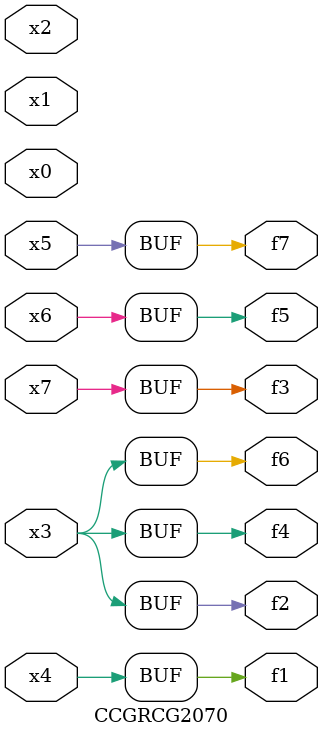
<source format=v>
module CCGRCG2070(
	input x0, x1, x2, x3, x4, x5, x6, x7,
	output f1, f2, f3, f4, f5, f6, f7
);
	assign f1 = x4;
	assign f2 = x3;
	assign f3 = x7;
	assign f4 = x3;
	assign f5 = x6;
	assign f6 = x3;
	assign f7 = x5;
endmodule

</source>
